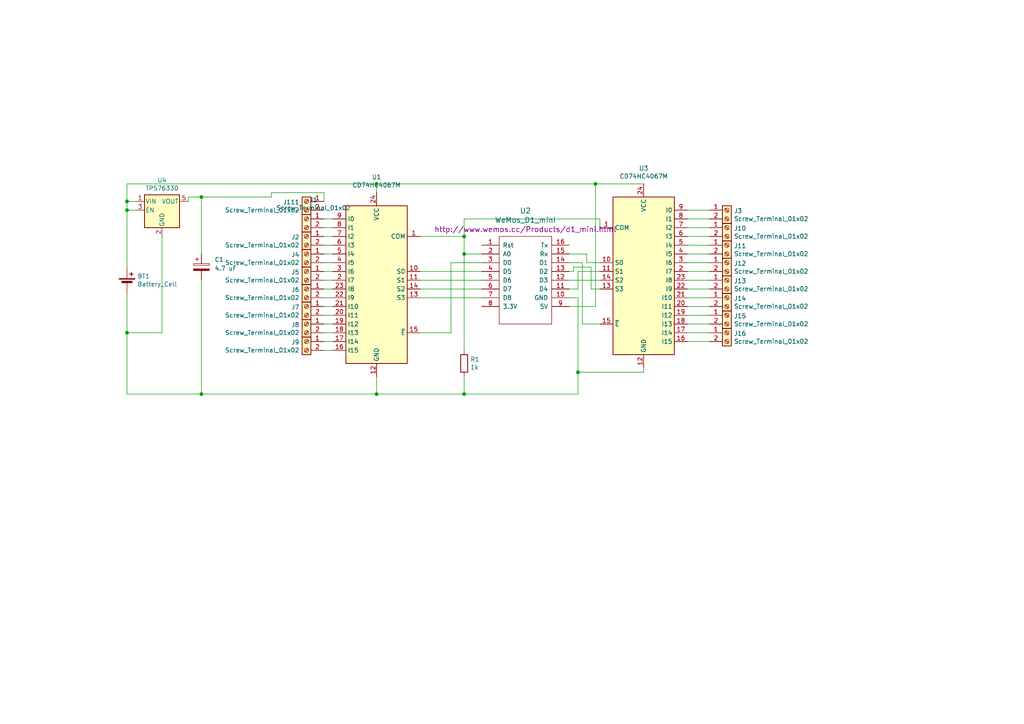
<source format=kicad_sch>
(kicad_sch (version 20231120) (generator "eeschema") (generator_version "8.0")
  (paper "A4")
  (lib_symbols
    (symbol "74xx:CD74HC4067M"
      (property "Reference" "U" (at -8.89 22.86 0))
      (property "Value" "CD74HC4067M" (at 1.27 22.86 0))
      (symbol "CD74HC4067M_0_1"
        (rectangle (start -8.89 21.59) (end 8.89 -24.13) (stroke (width 0.254)) (fill (type background)))
      )
      (symbol "CD74HC4067M_1_1"
        (pin passive line (at -12.7 12.7 0) (length 3.81) (name "COM") (number "1"))
        (pin input line (at -12.7 2.54 0) (length 3.81) (name "S0") (number "10"))
        (pin input line (at -12.7 0 0) (length 3.81) (name "S1") (number "11"))
        (pin power_in line (at 0 -27.94 90) (length 3.81) (name "GND") (number "12"))
        (pin input line (at -12.7 -5.08 0) (length 3.81) (name "S3") (number "13"))
        (pin input line (at -12.7 -2.54 0) (length 3.81) (name "S2") (number "14"))
        (pin input line (at -12.7 -15.24 0) (length 3.81) (name "~{E}") (number "15"))
        (pin passive line (at 12.7 -20.32 180) (length 3.81) (name "I15") (number "16"))
        (pin passive line (at 12.7 -17.78 180) (length 3.81) (name "I14") (number "17"))
        (pin passive line (at 12.7 -15.24 180) (length 3.81) (name "I13") (number "18"))
        (pin passive line (at 12.7 -12.7 180) (length 3.81) (name "I12") (number "19"))
        (pin passive line (at 12.7 0 180) (length 3.81) (name "I7") (number "2"))
        (pin passive line (at 12.7 -10.16 180) (length 3.81) (name "I11") (number "20"))
        (pin passive line (at 12.7 -7.62 180) (length 3.81) (name "I10") (number "21"))
        (pin passive line (at 12.7 -5.08 180) (length 3.81) (name "I9") (number "22"))
        (pin passive line (at 12.7 -2.54 180) (length 3.81) (name "I8") (number "23"))
        (pin power_in line (at 0 25.4 270) (length 3.81) (name "VCC") (number "24"))
        (pin passive line (at 12.7 2.54 180) (length 3.81) (name "I6") (number "3"))
        (pin passive line (at 12.7 5.08 180) (length 3.81) (name "I5") (number "4"))
        (pin passive line (at 12.7 7.62 180) (length 3.81) (name "I4") (number "5"))
        (pin passive line (at 12.7 10.16 180) (length 3.81) (name "I3") (number "6"))
        (pin passive line (at 12.7 12.7 180) (length 3.81) (name "I2") (number "7"))
        (pin passive line (at 12.7 15.24 180) (length 3.81) (name "I1") (number "8"))
        (pin passive line (at 12.7 17.78 180) (length 3.81) (name "I0") (number "9"))
      )
    )
    (symbol "74xx:CD74HC4067SM"
      (property "Reference" "U" (at -8.89 22.86 0))
      (property "Value" "CD74HC4067SM" (at 1.27 22.86 0))
      (symbol "CD74HC4067SM_0_1"
        (rectangle (start -8.89 21.59) (end 8.89 -24.13) (stroke (width 0.254)) (fill (type background)))
      )
      (symbol "CD74HC4067SM_1_1"
        (pin passive line (at -12.7 12.7 0) (length 3.81) (name "COM") (number "1"))
        (pin input line (at -12.7 2.54 0) (length 3.81) (name "S0") (number "10"))
        (pin input line (at -12.7 0 0) (length 3.81) (name "S1") (number "11"))
        (pin power_in line (at 0 -27.94 90) (length 3.81) (name "GND") (number "12"))
        (pin input line (at -12.7 -5.08 0) (length 3.81) (name "S3") (number "13"))
        (pin input line (at -12.7 -2.54 0) (length 3.81) (name "S2") (number "14"))
        (pin input line (at -12.7 -15.24 0) (length 3.81) (name "~{E}") (number "15"))
        (pin passive line (at 12.7 -20.32 180) (length 3.81) (name "I15") (number "16"))
        (pin passive line (at 12.7 -17.78 180) (length 3.81) (name "I14") (number "17"))
        (pin passive line (at 12.7 -15.24 180) (length 3.81) (name "I13") (number "18"))
        (pin passive line (at 12.7 -12.7 180) (length 3.81) (name "I12") (number "19"))
        (pin passive line (at 12.7 0 180) (length 3.81) (name "I7") (number "2"))
        (pin passive line (at 12.7 -10.16 180) (length 3.81) (name "I11") (number "20"))
        (pin passive line (at 12.7 -7.62 180) (length 3.81) (name "I10") (number "21"))
        (pin passive line (at 12.7 -5.08 180) (length 3.81) (name "I9") (number "22"))
        (pin passive line (at 12.7 -2.54 180) (length 3.81) (name "I8") (number "23"))
        (pin power_in line (at 0 25.4 270) (length 3.81) (name "VCC") (number "24"))
        (pin passive line (at 12.7 2.54 180) (length 3.81) (name "I6") (number "3"))
        (pin passive line (at 12.7 5.08 180) (length 3.81) (name "I5") (number "4"))
        (pin passive line (at 12.7 7.62 180) (length 3.81) (name "I4") (number "5"))
        (pin passive line (at 12.7 10.16 180) (length 3.81) (name "I3") (number "6"))
        (pin passive line (at 12.7 12.7 180) (length 3.81) (name "I2") (number "7"))
        (pin passive line (at 12.7 15.24 180) (length 3.81) (name "I1") (number "8"))
        (pin passive line (at 12.7 17.78 180) (length 3.81) (name "I0") (number "9"))
      )
    )
    (symbol "Connector:Screw_Terminal_01x02" (pin_names (offset 1.016) hide)
      (property "Reference" "J" (at 0 2.54 0))
      (property "Value" "Screw_Terminal_01x02" (at 0 -5.08 0))
      (symbol "Screw_Terminal_01x02_1_1"
        (rectangle (start -1.27 1.27) (end 1.27 -3.81) (stroke (width 0.254)) (fill (type background)))
        (circle (center 0 -2.54) (radius 0.635) (stroke (width 0.1524)))
        (polyline (pts (xy -0.5334 -2.2098) (xy 0.3302 -3.048)) (stroke (width 0.1524)))
        (polyline (pts (xy -0.5334 0.3302) (xy 0.3302 -0.508)) (stroke (width 0.1524)))
        (polyline (pts (xy -0.3556 -2.032) (xy 0.508 -2.8702)) (stroke (width 0.1524)))
        (polyline (pts (xy -0.3556 0.508) (xy 0.508 -0.3302)) (stroke (width 0.1524)))
        (circle (center 0 0) (radius 0.635) (stroke (width 0.1524)))
        (pin passive line (at -5.08 0 0) (length 3.81) (name "Pin_1") (number "1"))
        (pin passive line (at -5.08 -2.54 0) (length 3.81) (name "Pin_2") (number "2"))
      )
    )
    (symbol "Device:Battery_Cell" (pin_numbers hide) (pin_names (offset 0) hide)
      (property "Reference" "BT" (at 2.54 2.54 0))
      (property "Value" "Battery_Cell" (at 2.54 0 0))
      (symbol "Battery_Cell_0_1"
        (rectangle (start -2.286 1.778) (end 2.286 1.524) (fill (type outline)))
        (rectangle (start -1.524 1.016) (end 1.524 0.508) (fill (type outline)))
        (polyline (pts (xy 0 0.762) (xy 0 0)))
        (polyline (pts (xy 0 1.778) (xy 0 2.54)))
        (polyline (pts (xy 0.762 3.048) (xy 1.778 3.048)) (stroke (width 0.254)))
        (polyline (pts (xy 1.27 3.556) (xy 1.27 2.54)) (stroke (width 0.254)))
      )
      (symbol "Battery_Cell_1_1"
        (pin passive line (at 0 5.08 270) (length 2.54) (name "+") (number "1"))
        (pin passive line (at 0 -2.54 90) (length 2.54) (name "-") (number "2"))
      )
    )
    (symbol "Device:C_Polarized" (pin_numbers hide) (pin_names (offset 0.254))
      (property "Reference" "C" (at 0.635 2.54 0))
      (property "Value" "C_Polarized" (at 0.635 -2.54 0))
      (symbol "C_Polarized_0_1"
        (rectangle (start -2.286 0.508) (end 2.286 1.016))
        (polyline (pts (xy -1.778 2.286) (xy -0.762 2.286)))
        (polyline (pts (xy -1.27 2.794) (xy -1.27 1.778)))
        (rectangle (start 2.286 -0.508) (end -2.286 -1.016) (fill (type outline)))
      )
      (symbol "C_Polarized_1_1"
        (pin passive line (at 0 3.81 270) (length 2.794) (name "~") (number "1"))
        (pin passive line (at 0 -3.81 90) (length 2.794) (name "~") (number "2"))
      )
    )
    (symbol "Device:R" (pin_numbers hide) (pin_names (offset 0))
      (property "Reference" "R" (at 2.032 0 90))
      (property "Value" "R" (at 0 0 90))
      (symbol "R_0_1"
        (rectangle (start -1.016 -2.54) (end 1.016 2.54) (stroke (width 0.254)))
      )
      (symbol "R_1_1"
        (pin passive line (at 0 3.81 270) (length 1.27) (name "~") (number "1"))
        (pin passive line (at 0 -3.81 90) (length 1.27) (name "~") (number "2"))
      )
    )
    (symbol "TestPCB-rescue:TPS76330-Regulator_Linear" (pin_names (offset 0.254))
      (property "Reference" "U" (at -3.81 5.715 0))
      (property "Value" "Regulator_Linear_TPS76330" (at 0 5.715 0))
      (symbol "TPS76330-Regulator_Linear_0_1"
        (rectangle (start -5.08 4.445) (end 5.08 -5.08) (stroke (width 0.254)) (fill (type background)))
      )
      (symbol "TPS76330-Regulator_Linear_1_1"
        (pin power_in line (at -7.62 2.54 0) (length 2.54) (name "VIN") (number "1"))
        (pin power_in line (at 0 -7.62 90) (length 2.54) (name "GND") (number "2"))
        (pin input line (at -7.62 0 0) (length 2.54) (name "EN") (number "3"))
        (pin no_connect line (at 7.62 0 180) (length 2.54) hide (name "NC") (number "4"))
        (pin power_out line (at 7.62 2.54 180) (length 2.54) (name "VOUT") (number "5"))
      )
    )
    (symbol "TestPCB-rescue:WeMos_D1_mini-wemos_mini" (pin_names (offset 1.016))
      (property "Reference" "U" (at 0 12.7 0))
      (property "Value" "wemos_mini_WeMos_D1_mini" (at 0 -12.7 0))
      (symbol "WeMos_D1_mini-wemos_mini_0_1"
        (rectangle (start -7.62 11.43) (end 7.62 -13.97))
      )
      (symbol "WeMos_D1_mini-wemos_mini_1_1"
        (pin bidirectional line (at -12.7 8.89 0) (length 5.08) (name "Rst") (number "1"))
        (pin power_in line (at 12.7 -6.35 180) (length 5.08) (name "GND") (number "10"))
        (pin bidirectional line (at 12.7 -3.81 180) (length 5.08) (name "D4") (number "11"))
        (pin bidirectional line (at 12.7 -1.27 180) (length 5.08) (name "D3") (number "12"))
        (pin bidirectional line (at 12.7 1.27 180) (length 5.08) (name "D2") (number "13"))
        (pin bidirectional line (at 12.7 3.81 180) (length 5.08) (name "D1") (number "14"))
        (pin bidirectional line (at 12.7 6.35 180) (length 5.08) (name "Rx") (number "15"))
        (pin bidirectional line (at 12.7 8.89 180) (length 5.08) (name "Tx") (number "16"))
        (pin bidirectional line (at -12.7 6.35 0) (length 5.08) (name "A0") (number "2"))
        (pin bidirectional line (at -12.7 3.81 0) (length 5.08) (name "D0") (number "3"))
        (pin bidirectional line (at -12.7 1.27 0) (length 5.08) (name "D5") (number "4"))
        (pin bidirectional line (at -12.7 -1.27 0) (length 5.08) (name "D6") (number "5"))
        (pin bidirectional line (at -12.7 -3.81 0) (length 5.08) (name "D7") (number "6"))
        (pin bidirectional line (at -12.7 -6.35 0) (length 5.08) (name "D8") (number "7"))
        (pin power_out line (at -12.7 -8.89 0) (length 5.08) (name "3.3V") (number "8"))
        (pin power_in line (at 12.7 -8.89 180) (length 5.08) (name "5V") (number "9"))
      )
    )
  )
  (junction (at 109.22 53.34))
  (junction (at 134.62 73.66))
  (junction (at 134.62 114.3))
  (junction (at 167.64 107.95))
  (junction (at 109.22 114.3))
  (junction (at 36.83 58.42))
  (junction (at 36.83 96.52))
  (junction (at 58.42 57.15))
  (junction (at 134.62 68.58))
  (junction (at 36.83 60.96))
  (junction (at 58.42 114.3))
  (junction (at 172.72 53.34))
  (wire (pts (xy 96.52 88.9) (xy 93.98 88.9)))
  (wire (pts (xy 167.64 107.95) (xy 167.64 114.3)))
  (wire (pts (xy 130.81 76.2) (xy 130.81 96.52)))
  (wire (pts (xy 173.99 63.5) (xy 173.99 66.04)))
  (wire (pts (xy 199.39 60.96) (xy 205.74 60.96)))
  (wire (pts (xy 93.98 68.58) (xy 96.52 68.58)))
  (wire (pts (xy 54.61 57.15) (xy 54.61 58.42)))
  (wire (pts (xy 36.83 53.34) (xy 109.22 53.34)))
  (wire (pts (xy 96.52 76.2) (xy 93.98 76.2)))
  (wire (pts (xy 205.74 88.9) (xy 199.39 88.9)))
  (wire (pts (xy 205.74 93.98) (xy 199.39 93.98)))
  (wire (pts (xy 109.22 109.22) (xy 109.22 114.3)))
  (wire (pts (xy 54.61 57.15) (xy 58.42 57.15)))
  (wire (pts (xy 121.92 81.28) (xy 139.7 81.28)))
  (wire (pts (xy 205.74 83.82) (xy 199.39 83.82)))
  (wire (pts (xy 96.52 66.04) (xy 93.98 66.04)))
  (wire (pts (xy 166.37 78.74) (xy 166.37 77.47)))
  (wire (pts (xy 46.99 68.58) (xy 46.99 96.52)))
  (wire (pts (xy 134.62 68.58) (xy 134.62 63.5)))
  (wire (pts (xy 39.37 58.42) (xy 36.83 58.42)))
  (wire (pts (xy 199.39 71.12) (xy 205.74 71.12)))
  (wire (pts (xy 199.39 81.28) (xy 205.74 81.28)))
  (wire (pts (xy 96.52 101.6) (xy 93.98 101.6)))
  (wire (pts (xy 93.98 99.06) (xy 96.52 99.06)))
  (wire (pts (xy 36.83 60.96) (xy 36.83 77.47)))
  (wire (pts (xy 93.98 93.98) (xy 96.52 93.98)))
  (wire (pts (xy 205.74 73.66) (xy 199.39 73.66)))
  (wire (pts (xy 58.42 57.15) (xy 58.42 73.66)))
  (wire (pts (xy 165.1 78.74) (xy 166.37 78.74)))
  (wire (pts (xy 58.42 81.28) (xy 58.42 114.3)))
  (wire (pts (xy 170.18 76.2) (xy 173.99 76.2)))
  (wire (pts (xy 205.74 99.06) (xy 199.39 99.06)))
  (wire (pts (xy 134.62 63.5) (xy 173.99 63.5)))
  (wire (pts (xy 36.83 96.52) (xy 46.99 96.52)))
  (wire (pts (xy 93.98 73.66) (xy 96.52 73.66)))
  (wire (pts (xy 171.45 77.47) (xy 171.45 83.82)))
  (wire (pts (xy 172.72 88.9) (xy 165.1 88.9)))
  (wire (pts (xy 93.98 81.28) (xy 96.52 81.28)))
  (wire (pts (xy 96.52 63.5) (xy 93.98 63.5)))
  (wire (pts (xy 78.74 55.88) (xy 93.98 55.88)))
  (wire (pts (xy 96.52 91.44) (xy 93.98 91.44)))
  (wire (pts (xy 199.39 76.2) (xy 205.74 76.2)))
  (wire (pts (xy 121.92 83.82) (xy 139.7 83.82)))
  (wire (pts (xy 171.45 83.82) (xy 173.99 83.82)))
  (wire (pts (xy 166.37 77.47) (xy 171.45 77.47)))
  (wire (pts (xy 139.7 76.2) (xy 130.81 76.2)))
  (wire (pts (xy 167.64 83.82) (xy 167.64 78.74)))
  (wire (pts (xy 172.72 53.34) (xy 172.72 88.9)))
  (wire (pts (xy 58.42 114.3) (xy 36.83 114.3)))
  (wire (pts (xy 121.92 78.74) (xy 139.7 78.74)))
  (wire (pts (xy 186.69 53.34) (xy 172.72 53.34)))
  (wire (pts (xy 167.64 86.36) (xy 165.1 86.36)))
  (wire (pts (xy 93.98 55.88) (xy 93.98 58.42)))
  (wire (pts (xy 109.22 53.34) (xy 172.72 53.34)))
  (wire (pts (xy 96.52 96.52) (xy 93.98 96.52)))
  (wire (pts (xy 36.83 60.96) (xy 36.83 58.42)))
  (wire (pts (xy 109.22 53.34) (xy 109.22 55.88)))
  (wire (pts (xy 134.62 73.66) (xy 139.7 73.66)))
  (wire (pts (xy 121.92 68.58) (xy 134.62 68.58)))
  (wire (pts (xy 167.64 78.74) (xy 173.99 78.74)))
  (wire (pts (xy 168.91 93.98) (xy 173.99 93.98)))
  (wire (pts (xy 205.74 68.58) (xy 199.39 68.58)))
  (wire (pts (xy 96.52 78.74) (xy 93.98 78.74)))
  (wire (pts (xy 199.39 66.04) (xy 205.74 66.04)))
  (wire (pts (xy 109.22 114.3) (xy 134.62 114.3)))
  (wire (pts (xy 39.37 60.96) (xy 36.83 60.96)))
  (wire (pts (xy 165.1 73.66) (xy 170.18 73.66)))
  (wire (pts (xy 121.92 86.36) (xy 139.7 86.36)))
  (wire (pts (xy 36.83 96.52) (xy 36.83 85.09)))
  (wire (pts (xy 134.62 114.3) (xy 167.64 114.3)))
  (wire (pts (xy 199.39 96.52) (xy 205.74 96.52)))
  (wire (pts (xy 167.64 86.36) (xy 167.64 107.95)))
  (wire (pts (xy 205.74 78.74) (xy 199.39 78.74)))
  (wire (pts (xy 134.62 109.22) (xy 134.62 114.3)))
  (wire (pts (xy 96.52 83.82) (xy 93.98 83.82)))
  (wire (pts (xy 58.42 57.15) (xy 78.74 57.15)))
  (wire (pts (xy 109.22 114.3) (xy 58.42 114.3)))
  (wire (pts (xy 167.64 107.95) (xy 186.69 107.95)))
  (wire (pts (xy 170.18 73.66) (xy 170.18 76.2)))
  (wire (pts (xy 36.83 114.3) (xy 36.83 96.52)))
  (wire (pts (xy 165.1 76.2) (xy 168.91 76.2)))
  (wire (pts (xy 96.52 71.12) (xy 93.98 71.12)))
  (wire (pts (xy 134.62 68.58) (xy 134.62 73.66)))
  (wire (pts (xy 199.39 91.44) (xy 205.74 91.44)))
  (wire (pts (xy 36.83 58.42) (xy 36.83 53.34)))
  (wire (pts (xy 78.74 57.15) (xy 78.74 55.88)))
  (wire (pts (xy 186.69 107.95) (xy 186.69 106.68)))
  (wire (pts (xy 134.62 101.6) (xy 134.62 73.66)))
  (wire (pts (xy 199.39 86.36) (xy 205.74 86.36)))
  (wire (pts (xy 199.39 63.5) (xy 205.74 63.5)))
  (wire (pts (xy 130.81 96.52) (xy 121.92 96.52)))
  (wire (pts (xy 165.1 83.82) (xy 167.64 83.82)))
  (wire (pts (xy 93.98 86.36) (xy 96.52 86.36)))
  (wire (pts (xy 168.91 76.2) (xy 168.91 93.98)))
  (wire (pts (xy 165.1 81.28) (xy 173.99 81.28)))
  (symbol (lib_id "Device:R") (at 134.62 105.41 0) (unit 1)
    (property "Reference" "R1" (at 136.398 104.2416 0) (effects (justify left)))
    (property "Value" "1k" (at 136.398 106.553 0) (effects (justify left)))
    (property "Footprint" "Resistor_THT:R_Axial_DIN0411_L9.9mm_D3.6mm_P5.08mm_Vertical" (effects (hide yes)))
  )
  (symbol (lib_id "TestPCB-rescue:WeMos_D1_mini-wemos_mini") (at 152.4 80.01 0) (unit 1)
    (property "Reference" "U2" (at 152.4 61.1378 0) (effects (font (size 1.524 1.524))))
    (property "Value" "WeMos_D1_mini" (at 152.4 63.8302 0) (effects (font (size 1.524 1.524))))
    (property "Footprint" "wemos-d1-mini:wemos-d1-mini-with-pin-header-and-connector" (effects (hide yes)))
    (property "Datasheet" "http://www.wemos.cc/Products/d1_mini.html" (at 152.4 66.5226 0) (effects (font (size 1.524 1.524))))
  )
  (symbol (lib_id "74xx:CD74HC4067SM") (at 109.22 81.28 0) (mirror y) (unit 1)
    (property "Reference" "U1" (at 109.22 51.3588 0))
    (property "Value" "CD74HC4067M" (at 109.22 53.6702 0))
    (property "Footprint" "wemos-d1-mini:74hc4607_new" (effects (hide yes)))
    (property "Datasheet" "http://www.ti.com/lit/ds/symlink/cd74hc4067.pdf" (effects (hide yes)))
  )
  (symbol (lib_id "74xx:CD74HC4067M") (at 186.69 78.74 0) (unit 1)
    (property "Reference" "U3" (at 186.69 48.8188 0))
    (property "Value" "CD74HC4067M" (at 186.69 51.1302 0))
    (property "Footprint" "wemos-d1-mini:74hc4607_new" (effects (hide yes)))
    (property "Datasheet" "http://www.ti.com/lit/ds/symlink/cd74hc4067.pdf" (effects (hide yes)))
  )
  (symbol (lib_id "Connector:Screw_Terminal_01x02") (at 210.82 60.96 0) (unit 1)
    (property "Reference" "J3" (at 212.852 61.1632 0) (effects (justify left)))
    (property "Value" "Screw_Terminal_01x02" (at 212.852 63.4746 0) (effects (justify left)))
    (property "Footprint" "TerminalBlock:TerminalBlock_Altech_AK300-2_P5.00mm" (effects (hide yes)))
  )
  (symbol (lib_id "Connector:Screw_Terminal_01x02") (at 210.82 66.04 0) (unit 1)
    (property "Reference" "J10" (at 212.852 66.2432 0) (effects (justify left)))
    (property "Value" "Screw_Terminal_01x02" (at 212.852 68.5546 0) (effects (justify left)))
    (property "Footprint" "TerminalBlock:TerminalBlock_Altech_AK300-2_P5.00mm" (effects (hide yes)))
  )
  (symbol (lib_id "Connector:Screw_Terminal_01x02") (at 210.82 71.12 0) (unit 1)
    (property "Reference" "J11" (at 212.852 71.3232 0) (effects (justify left)))
    (property "Value" "Screw_Terminal_01x02" (at 212.852 73.6346 0) (effects (justify left)))
    (property "Footprint" "TerminalBlock:TerminalBlock_Altech_AK300-2_P5.00mm" (effects (hide yes)))
  )
  (symbol (lib_id "Connector:Screw_Terminal_01x02") (at 210.82 76.2 0) (unit 1)
    (property "Reference" "J12" (at 212.852 76.4032 0) (effects (justify left)))
    (property "Value" "Screw_Terminal_01x02" (at 212.852 78.7146 0) (effects (justify left)))
    (property "Footprint" "TerminalBlock:TerminalBlock_Altech_AK300-2_P5.00mm" (effects (hide yes)))
  )
  (symbol (lib_id "Connector:Screw_Terminal_01x02") (at 210.82 81.28 0) (unit 1)
    (property "Reference" "J13" (at 212.852 81.4832 0) (effects (justify left)))
    (property "Value" "Screw_Terminal_01x02" (at 212.852 83.7946 0) (effects (justify left)))
    (property "Footprint" "TerminalBlock:TerminalBlock_Altech_AK300-2_P5.00mm" (effects (hide yes)))
  )
  (symbol (lib_id "Connector:Screw_Terminal_01x02") (at 210.82 86.36 0) (unit 1)
    (property "Reference" "J14" (at 212.852 86.5632 0) (effects (justify left)))
    (property "Value" "Screw_Terminal_01x02" (at 212.852 88.8746 0) (effects (justify left)))
    (property "Footprint" "TerminalBlock:TerminalBlock_Altech_AK300-2_P5.00mm" (effects (hide yes)))
  )
  (symbol (lib_id "Connector:Screw_Terminal_01x02") (at 210.82 91.44 0) (unit 1)
    (property "Reference" "J15" (at 212.852 91.6432 0) (effects (justify left)))
    (property "Value" "Screw_Terminal_01x02" (at 212.852 93.9546 0) (effects (justify left)))
    (property "Footprint" "TerminalBlock:TerminalBlock_Altech_AK300-2_P5.00mm" (effects (hide yes)))
  )
  (symbol (lib_id "Connector:Screw_Terminal_01x02") (at 210.82 96.52 0) (unit 1)
    (property "Reference" "J16" (at 212.852 96.7232 0) (effects (justify left)))
    (property "Value" "Screw_Terminal_01x02" (at 212.852 99.0346 0) (effects (justify left)))
    (property "Footprint" "TerminalBlock:TerminalBlock_Altech_AK300-2_P5.00mm" (effects (hide yes)))
  )
  (symbol (lib_id "Connector:Screw_Terminal_01x02") (at 88.9 63.5 0) (mirror y) (unit 1)
    (property "Reference" "J1" (at 90.932 57.9882 0))
    (property "Value" "Screw_Terminal_01x02" (at 90.932 60.2996 0))
    (property "Footprint" "TerminalBlock:TerminalBlock_Altech_AK300-2_P5.00mm" (effects (hide yes)))
  )
  (symbol (lib_id "Connector:Screw_Terminal_01x02") (at 88.9 68.58 0) (mirror y) (unit 1)
    (property "Reference" "J2" (at 86.868 68.7832 0) (effects (justify left)))
    (property "Value" "Screw_Terminal_01x02" (at 86.868 71.0946 0) (effects (justify left)))
    (property "Footprint" "TerminalBlock:TerminalBlock_Altech_AK300-2_P5.00mm" (effects (hide yes)))
  )
  (symbol (lib_id "Connector:Screw_Terminal_01x02") (at 88.9 73.66 0) (mirror y) (unit 1)
    (property "Reference" "J4" (at 86.868 73.8632 0) (effects (justify left)))
    (property "Value" "Screw_Terminal_01x02" (at 86.868 76.1746 0) (effects (justify left)))
    (property "Footprint" "TerminalBlock:TerminalBlock_Altech_AK300-2_P5.00mm" (effects (hide yes)))
  )
  (symbol (lib_id "Connector:Screw_Terminal_01x02") (at 88.9 78.74 0) (mirror y) (unit 1)
    (property "Reference" "J5" (at 86.868 78.9432 0) (effects (justify left)))
    (property "Value" "Screw_Terminal_01x02" (at 86.868 81.2546 0) (effects (justify left)))
    (property "Footprint" "TerminalBlock:TerminalBlock_Altech_AK300-2_P5.00mm" (effects (hide yes)))
  )
  (symbol (lib_id "Connector:Screw_Terminal_01x02") (at 88.9 83.82 0) (mirror y) (unit 1)
    (property "Reference" "J6" (at 86.868 84.0232 0) (effects (justify left)))
    (property "Value" "Screw_Terminal_01x02" (at 86.868 86.3346 0) (effects (justify left)))
    (property "Footprint" "TerminalBlock:TerminalBlock_Altech_AK300-2_P5.00mm" (effects (hide yes)))
  )
  (symbol (lib_id "Connector:Screw_Terminal_01x02") (at 88.9 88.9 0) (mirror y) (unit 1)
    (property "Reference" "J7" (at 86.868 89.1032 0) (effects (justify left)))
    (property "Value" "Screw_Terminal_01x02" (at 86.868 91.4146 0) (effects (justify left)))
    (property "Footprint" "TerminalBlock:TerminalBlock_Altech_AK300-2_P5.00mm" (effects (hide yes)))
  )
  (symbol (lib_id "Connector:Screw_Terminal_01x02") (at 88.9 93.98 0) (mirror y) (unit 1)
    (property "Reference" "J8" (at 86.868 94.1832 0) (effects (justify left)))
    (property "Value" "Screw_Terminal_01x02" (at 86.868 96.4946 0) (effects (justify left)))
    (property "Footprint" "TerminalBlock:TerminalBlock_Altech_AK300-2_P5.00mm" (effects (hide yes)))
  )
  (symbol (lib_id "Connector:Screw_Terminal_01x02") (at 88.9 99.06 0) (mirror y) (unit 1)
    (property "Reference" "J9" (at 86.868 99.2632 0) (effects (justify left)))
    (property "Value" "Screw_Terminal_01x02" (at 86.868 101.5746 0) (effects (justify left)))
    (property "Footprint" "TerminalBlock:TerminalBlock_Altech_AK300-2_P5.00mm" (effects (hide yes)))
  )
  (symbol (lib_id "Device:Battery_Cell") (at 36.83 82.55 0) (unit 1)
    (property "Reference" "BT1" (at 39.8272 80.1116 0) (effects (justify left)))
    (property "Value" "Battery_Cell" (at 39.8272 82.423 0) (effects (justify left)))
    (property "Footprint" "Connector_BarrelJack:BarrelJack_Horizontal" (effects (hide yes)))
  )
  (symbol (lib_id "Connector:Screw_Terminal_01x02") (at 88.9 58.42 0) (mirror y) (unit 1)
    (property "Reference" "J111" (at 86.868 58.6232 0) (effects (justify left)))
    (property "Value" "Screw_Terminal_01x02" (at 86.868 60.9346 0) (effects (justify left)))
    (property "Footprint" "TerminalBlock:TerminalBlock_Altech_AK300-2_P5.00mm" (effects (hide yes)))
  )
  (symbol (lib_id "TestPCB-rescue:TPS76330-Regulator_Linear") (at 46.99 60.96 0) (unit 1)
    (property "Reference" "U4" (at 46.99 52.2732 0))
    (property "Value" "TPS76330" (at 46.99 54.5846 0))
    (property "Footprint" "Package_TO_SOT_SMD:SOT-23-5" (effects (hide yes)))
    (property "Datasheet" "http://www.ti.com/lit/ds/symlink/tps763.pdf" (effects (hide yes)))
  )
  (symbol (lib_id "Device:C_Polarized") (at 58.42 77.47 0) (unit 1)
    (property "Reference" "C1" (at 62.23 75.3109 0) (effects (justify left)))
    (property "Value" "4.7 uF" (at 62.23 77.8509 0) (effects (justify left)))
    (property "Description" "Polarized capacitor" (effects (hide yes)))
  )
)
</source>
